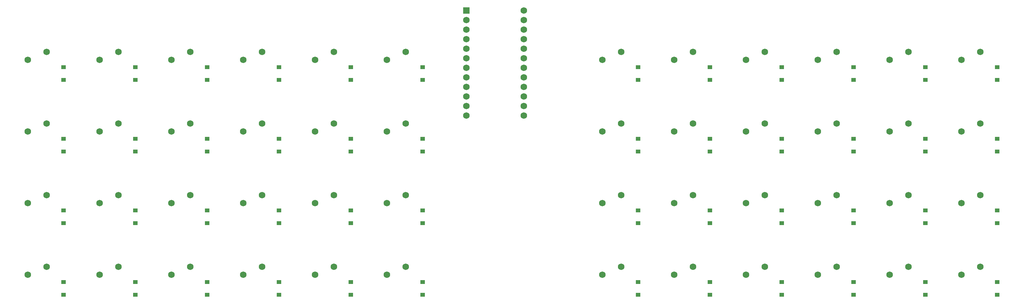
<source format=gbs>
G04 Layer: BottomSolderMaskLayer*
G04 EasyEDA v6.5.22, 2022-11-03 13:25:14*
G04 daeccbeab38c4538aae3d189e396c967,14fd66e66b1542709ab820776f733a5e,10*
G04 Gerber Generator version 0.2*
G04 Scale: 100 percent, Rotated: No, Reflected: No *
G04 Dimensions in millimeters *
G04 leading zeros omitted , absolute positions ,4 integer and 5 decimal *
%FSLAX45Y45*%
%MOMM*%

%AMMACRO1*1,1,$1,$2,$3*1,1,$1,$4,$5*1,1,$1,0-$2,0-$3*1,1,$1,0-$4,0-$5*20,1,$1,$2,$3,$4,$5,0*20,1,$1,$4,$5,0-$2,0-$3,0*20,1,$1,0-$2,0-$3,0-$4,0-$5,0*20,1,$1,0-$4,0-$5,$2,$3,0*4,1,4,$2,$3,$4,$5,0-$2,0-$3,0-$4,0-$5,$2,$3,0*%
%ADD10MACRO1,0.1016X0.575X-0.475X0.575X0.475*%
%ADD11C,1.7272*%
%ADD12MACRO1,0.2032X-0.762X0.762X0.762X0.762*%

%LPD*%
D10*
G01*
X2857799Y6837441D03*
G01*
X2857799Y6498960D03*
G01*
X4763000Y6837441D03*
G01*
X4763000Y6498960D03*
G01*
X6668201Y6837441D03*
G01*
X6668201Y6498960D03*
G01*
X8573399Y6837441D03*
G01*
X8573399Y6498960D03*
G01*
X10478599Y6837441D03*
G01*
X10478599Y6498960D03*
G01*
X12383800Y6837441D03*
G01*
X12383800Y6498960D03*
G01*
X18099001Y6837441D03*
G01*
X18099001Y6498960D03*
G01*
X20004199Y6837441D03*
G01*
X20004199Y6498960D03*
G01*
X21909399Y6837441D03*
G01*
X21909399Y6498960D03*
G01*
X23814600Y6837441D03*
G01*
X23814600Y6498960D03*
G01*
X25719801Y6837441D03*
G01*
X25719801Y6498960D03*
G01*
X27624999Y6837441D03*
G01*
X27624999Y6498960D03*
G01*
X2857799Y3027039D03*
G01*
X2857799Y2688559D03*
G01*
X4763000Y3027039D03*
G01*
X4763000Y2688559D03*
G01*
X6668201Y3027039D03*
G01*
X6668201Y2688559D03*
G01*
X8573399Y3027039D03*
G01*
X8573399Y2688559D03*
G01*
X10478599Y3027039D03*
G01*
X10478599Y2688559D03*
G01*
X12383800Y3027039D03*
G01*
X12383800Y2688559D03*
G01*
X18099001Y3027039D03*
G01*
X18099001Y2688559D03*
G01*
X20004199Y3027039D03*
G01*
X20004199Y2688559D03*
G01*
X21909399Y3027039D03*
G01*
X21909399Y2688559D03*
G01*
X23814600Y3027039D03*
G01*
X23814600Y2688559D03*
G01*
X25719801Y3027039D03*
G01*
X25719801Y2688559D03*
G01*
X27624999Y3027039D03*
G01*
X27624999Y2688559D03*
G01*
X18099600Y8742639D03*
G01*
X18099600Y8404158D03*
G01*
X20004199Y8742639D03*
G01*
X20004199Y8404158D03*
G01*
X21909399Y8742639D03*
G01*
X21909399Y8404158D03*
G01*
X23815200Y8742639D03*
G01*
X23815200Y8404158D03*
G01*
X25719801Y8742639D03*
G01*
X25719801Y8404158D03*
G01*
X27624999Y8742639D03*
G01*
X27624999Y8404158D03*
G01*
X2857799Y4932240D03*
G01*
X2857799Y4593760D03*
G01*
X4763000Y4932240D03*
G01*
X4763000Y4593760D03*
G01*
X6668201Y4932240D03*
G01*
X6668201Y4593760D03*
G01*
X8573399Y4932240D03*
G01*
X8573399Y4593760D03*
G01*
X10478599Y4932240D03*
G01*
X10478599Y4593760D03*
G01*
X12383800Y4932240D03*
G01*
X12383800Y4593760D03*
G01*
X18099001Y4932240D03*
G01*
X18099001Y4593760D03*
G01*
X20004199Y4932240D03*
G01*
X20004199Y4593760D03*
G01*
X21909399Y4932240D03*
G01*
X21909399Y4593760D03*
G01*
X23814600Y4932240D03*
G01*
X23814600Y4593760D03*
G01*
X25719801Y4932240D03*
G01*
X25719801Y4593760D03*
G01*
X27624999Y4932240D03*
G01*
X27624999Y4593760D03*
G01*
X12383800Y8742639D03*
G01*
X12383800Y8404158D03*
G01*
X10478599Y8742639D03*
G01*
X10478599Y8404158D03*
G01*
X8573399Y8742639D03*
G01*
X8573399Y8404158D03*
G01*
X6668201Y8742639D03*
G01*
X6668201Y8404158D03*
G01*
X4763000Y8742639D03*
G01*
X4763000Y8404158D03*
G01*
X2857799Y8742639D03*
G01*
X2857799Y8404158D03*
D11*
G01*
X1905000Y5125008D03*
G01*
X2404999Y5334990D03*
G01*
X3810000Y5125008D03*
G01*
X4309999Y5334990D03*
G01*
X5715000Y5125008D03*
G01*
X6214999Y5334990D03*
G01*
X7620000Y5125008D03*
G01*
X8119999Y5334990D03*
G01*
X9525000Y5125008D03*
G01*
X10024999Y5334990D03*
G01*
X11430000Y5125008D03*
G01*
X11929999Y5334990D03*
G01*
X17145000Y5125008D03*
G01*
X17644999Y5334990D03*
G01*
X19050000Y5125008D03*
G01*
X19549999Y5334990D03*
G01*
X20955000Y5125008D03*
G01*
X21454999Y5334990D03*
G01*
X22860000Y5125008D03*
G01*
X23359999Y5334990D03*
G01*
X24765000Y5125008D03*
G01*
X25264999Y5334990D03*
G01*
X26670000Y5125008D03*
G01*
X27169999Y5334990D03*
G01*
X1905000Y8935008D03*
G01*
X2404999Y9144990D03*
G01*
X3810000Y8935008D03*
G01*
X4309999Y9144990D03*
G01*
X5716803Y8938005D03*
G01*
X6216802Y9147987D03*
G01*
X7620812Y8935999D03*
G01*
X8120811Y9145981D03*
G01*
X9525990Y8935999D03*
G01*
X10025989Y9145981D03*
G01*
X11430000Y8935008D03*
G01*
X11929999Y9144990D03*
G01*
X17145000Y8935008D03*
G01*
X17644999Y9144990D03*
G01*
X19050000Y8935008D03*
G01*
X19549999Y9144990D03*
G01*
X20955000Y8935008D03*
G01*
X21454999Y9144990D03*
G01*
X22860000Y8935008D03*
G01*
X23359999Y9144990D03*
G01*
X24765000Y8935008D03*
G01*
X25264999Y9144990D03*
G01*
X26670000Y8935008D03*
G01*
X27169999Y9144990D03*
G01*
X1905000Y7030008D03*
G01*
X2404999Y7239990D03*
G01*
X3810000Y7030008D03*
G01*
X4309999Y7239990D03*
G01*
X5715000Y7030008D03*
G01*
X6214999Y7239990D03*
G01*
X7620000Y7030008D03*
G01*
X8119999Y7239990D03*
G01*
X9525000Y7030008D03*
G01*
X10024999Y7239990D03*
G01*
X11430000Y7030008D03*
G01*
X11929999Y7239990D03*
G01*
X17145000Y7030008D03*
G01*
X17644999Y7239990D03*
G01*
X19050000Y7030008D03*
G01*
X19549999Y7239990D03*
G01*
X20955000Y7030008D03*
G01*
X21454999Y7239990D03*
G01*
X22860000Y7030008D03*
G01*
X23359999Y7239990D03*
G01*
X24765000Y7030008D03*
G01*
X25264999Y7239990D03*
G01*
X26670000Y7030008D03*
G01*
X27169999Y7239990D03*
G01*
X1905000Y3220008D03*
G01*
X2404999Y3429990D03*
G01*
X3810000Y3220008D03*
G01*
X4309999Y3429990D03*
G01*
X5715000Y3220008D03*
G01*
X6214999Y3429990D03*
G01*
X7620000Y3220008D03*
G01*
X8119999Y3429990D03*
G01*
X9525000Y3220008D03*
G01*
X10024999Y3429990D03*
G01*
X11430000Y3220008D03*
G01*
X11929999Y3429990D03*
G01*
X17145000Y3220008D03*
G01*
X17644999Y3429990D03*
G01*
X19050000Y3220008D03*
G01*
X19549999Y3429990D03*
G01*
X20955000Y3220008D03*
G01*
X21454999Y3429990D03*
G01*
X22860000Y3220008D03*
G01*
X23359999Y3429990D03*
G01*
X24765000Y3220008D03*
G01*
X25264999Y3429990D03*
G01*
X26670000Y3220008D03*
G01*
X27169999Y3429990D03*
D12*
G01*
X13538200Y10248900D03*
D11*
G01*
X13538200Y9994900D03*
G01*
X13538200Y9486900D03*
G01*
X13538200Y9232900D03*
G01*
X13538200Y8978900D03*
G01*
X13538200Y8724900D03*
G01*
X13538200Y8470900D03*
G01*
X13538200Y8216900D03*
G01*
X13538200Y7962900D03*
G01*
X13538200Y7708900D03*
G01*
X13538200Y7454900D03*
G01*
X15062200Y7454900D03*
G01*
X15062200Y7708900D03*
G01*
X15062200Y7962900D03*
G01*
X15062200Y8216900D03*
G01*
X15062200Y8470900D03*
G01*
X15062200Y8724900D03*
G01*
X15062200Y8978900D03*
G01*
X15062200Y9232900D03*
G01*
X15062200Y9486900D03*
G01*
X15062200Y9740900D03*
G01*
X15062200Y9994900D03*
G01*
X15062200Y10248900D03*
G01*
X13538200Y9740900D03*
M02*

</source>
